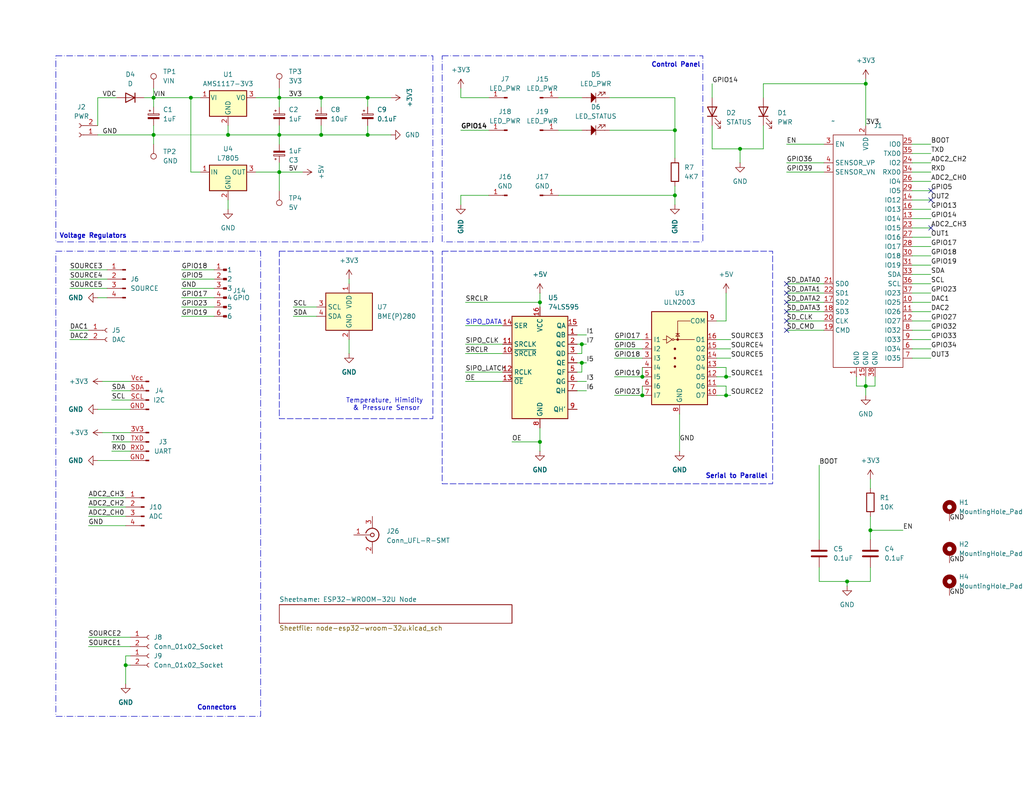
<source format=kicad_sch>
(kicad_sch (version 20231120) (generator "eeschema") (generator_version "8.0")
  (paper "USLetter")
  (title_block (title "ESP32 Sensor Node") (date "2024-07-03") (rev "v2.0") (comment 1 "ESP32-WROOM-32D Adapter"))
  (lib_symbols
    (symbol "+3V3_1" (power) (pin_numbers hide) (pin_names (offset 0) hide)
      (property "Value" "+3V3" (at 0 3.556 0))
      (symbol "+3V3_1_1_1"
        (pin power_in line (at 0 0 90) (length 0) (name "~") (number "1"))
      )
    )
    (symbol "+5V_1" (power) (pin_numbers hide) (pin_names (offset 0) hide)
      (property "Value" "+5V" (at 0 3.556 0))
      (symbol "+5V_1_1_1"
        (pin power_in line (at 0 0 90) (length 0) (name "~") (number "1"))
      )
    )
    (symbol "74xx:74LS595"
      (property "Reference" "U" (at -7.62 13.97 0))
      (property "Value" "74LS595" (at -7.62 -16.51 0))
      (symbol "74LS595_1_0"
        (pin tri_state line (at 10.16 7.62 180) (length 2.54) (name "QB") (number "1"))
        (pin input line (at -10.16 2.54 0) (length 2.54) (name "~{SRCLR}") (number "10"))
        (pin input line (at -10.16 5.08 0) (length 2.54) (name "SRCLK") (number "11"))
        (pin input line (at -10.16 -2.54 0) (length 2.54) (name "RCLK") (number "12"))
        (pin input line (at -10.16 -5.08 0) (length 2.54) (name "~{OE}") (number "13"))
        (pin input line (at -10.16 10.16 0) (length 2.54) (name "SER") (number "14"))
        (pin tri_state line (at 10.16 10.16 180) (length 2.54) (name "QA") (number "15"))
        (pin power_in line (at 0 15.24 270) (length 2.54) (name "VCC") (number "16"))
        (pin tri_state line (at 10.16 5.08 180) (length 2.54) (name "QC") (number "2"))
        (pin tri_state line (at 10.16 2.54 180) (length 2.54) (name "QD") (number "3"))
        (pin tri_state line (at 10.16 0 180) (length 2.54) (name "QE") (number "4"))
        (pin tri_state line (at 10.16 -2.54 180) (length 2.54) (name "QF") (number "5"))
        (pin tri_state line (at 10.16 -5.08 180) (length 2.54) (name "QG") (number "6"))
        (pin tri_state line (at 10.16 -7.62 180) (length 2.54) (name "QH") (number "7"))
        (pin power_in line (at 0 -17.78 90) (length 2.54) (name "GND") (number "8"))
        (pin output line (at 10.16 -12.7 180) (length 2.54) (name "QH'") (number "9"))
      )
    )
    (symbol "Alexander Symbol Library 2:Conn_UFL-R-SMT" (pin_names (offset 1.016) hide)
      (property "Reference" "J" (at -3.81 4.064 0))
      (property "Value" "Conn_UFL-R-SMT" (at 2.921 0 90))
      (symbol "Conn_UFL-R-SMT_1_1"
        (pin passive line (at -5.08 0 0) (length 2.54) (name "SIGNAL") (number "1"))
        (pin passive line (at 0 -5.08 90) (length 2.54) (name "GND") (number "2"))
        (pin passive line (at 0 5.08 270) (length 3.048) (name "GND") (number "3"))
      )
    )
    (symbol "Alexander Symbol Library:BME(P)280"
      (property "Reference" "U" (at -7.62 10.16 0))
      (property "Value" "BME(P)280" (at 5.08 10.16 0))
      (symbol "BME(P)280_1_1"
        (pin power_in line (at -1.27 10.16 270) (length 2.54) (name "VDD") (number "1"))
        (pin power_out line (at -1.27 -5.08 90) (length 2.54) (name "GND") (number "2"))
        (pin input line (at -10.16 3.81 0) (length 2.54) (name "SCL") (number "3"))
        (pin bidirectional line (at -10.16 1.27 0) (length 2.54) (name "SDA") (number "4"))
      )
    )
    (symbol "Alexander_Library_Symbols:Conn_2x3" (pin_names (offset 1.016))
      (property "Reference" "J" (at 0 0 0))
      (symbol "Conn_2x3_1_1"
        (pin bidirectional line (at -2.54 -2.54 0) (length 2.54) (name "1") (number "1"))
        (pin bidirectional line (at -2.54 -5.08 0) (length 2.54) (name "2") (number "2"))
        (pin bidirectional line (at -2.54 -7.62 0) (length 2.54) (name "3") (number "3"))
        (pin bidirectional line (at -2.54 -10.16 0) (length 2.54) (name "4") (number "4"))
        (pin bidirectional line (at -2.54 -12.7 0) (length 2.54) (name "5") (number "5"))
        (pin bidirectional line (at -2.54 -15.24 0) (length 2.54) (name "6") (number "6"))
      )
    )
    (symbol "Alexander_Library_Symbols:Conn_I2C_01x04" (pin_names (offset 1.016) hide)
      (property "Reference" "J" (at 0 5.08 0))
      (property "Value" "I2C" (at 0 -7.62 0))
      (symbol "Conn_I2C_01x04_1_1"
        (pin power_out line (at 5.08 -5.08 180) (length 3.81) (name "GND") (number "GND"))
        (pin bidirectional line (at 5.08 -2.54 180) (length 3.81) (name "SCL") (number "SCL"))
        (pin bidirectional line (at 5.08 0 180) (length 3.81) (name "SDA") (number "SDA"))
        (pin power_in line (at 5.08 2.54 180) (length 3.81) (name "VCC") (number "Vcc"))
      )
    )
    (symbol "Alexander_Library_Symbols:ESP32-WROOM-32D-SOCKET"
      (property "Reference" "J" (at 0 0 0))
      (symbol "ESP32-WROOM-32D-SOCKET_1_1"
        (pin power_out line (at 6.35 -69.85 90) (length 2.54) (name "GND") (number "1"))
        (pin bidirectional line (at 21.59 -49.53 180) (length 2.54) (name "IO25") (number "10"))
        (pin bidirectional line (at 21.59 -52.07 180) (length 2.54) (name "IO26") (number "11"))
        (pin bidirectional line (at 21.59 -54.61 180) (length 2.54) (name "IO27") (number "12"))
        (pin bidirectional line (at 21.59 -26.67 180) (length 2.54) (name "IO14") (number "13"))
        (pin bidirectional line (at 21.59 -21.59 180) (length 2.54) (name "IO12") (number "14"))
        (pin power_out line (at 8.89 -69.85 90) (length 2.54) (name "GND") (number "15"))
        (pin bidirectional line (at 21.59 -24.13 180) (length 2.54) (name "IO13") (number "16"))
        (pin input line (at -2.54 -49.53 0) (length 2.54) (name "SD2") (number "17"))
        (pin input line (at -2.54 -52.07 0) (length 2.54) (name "SD3") (number "18"))
        (pin input line (at -2.54 -57.15 0) (length 2.54) (name "CMD") (number "19"))
        (pin power_in line (at 8.89 -1.27 270) (length 2.54) (name "VDD") (number "2"))
        (pin input line (at -2.54 -54.61 0) (length 2.54) (name "CLK") (number "20"))
        (pin input line (at -2.54 -44.45 0) (length 2.54) (name "SD0") (number "21"))
        (pin input line (at -2.54 -46.99 0) (length 2.54) (name "SD1") (number "22"))
        (pin bidirectional line (at 21.59 -29.21 180) (length 2.54) (name "IO15") (number "23"))
        (pin bidirectional line (at 21.59 -11.43 180) (length 2.54) (name "IO2") (number "24"))
        (pin bidirectional line (at 21.59 -6.35 180) (length 2.54) (name "IO0") (number "25"))
        (pin bidirectional line (at 21.59 -16.51 180) (length 2.54) (name "IO4") (number "26"))
        (pin bidirectional line (at 21.59 -31.75 180) (length 2.54) (name "IO16") (number "27"))
        (pin bidirectional line (at 21.59 -34.29 180) (length 2.54) (name "IO17") (number "28"))
        (pin bidirectional line (at 21.59 -19.05 180) (length 2.54) (name "IO5") (number "29"))
        (pin input line (at -2.54 -6.35 0) (length 2.54) (name "EN") (number "3"))
        (pin bidirectional line (at 21.59 -36.83 180) (length 2.54) (name "IO18") (number "30"))
        (pin bidirectional line (at 21.59 -39.37 180) (length 2.54) (name "IO19") (number "31"))
        (pin bidirectional line (at 21.59 -41.91 180) (length 2.54) (name "SDA") (number "33"))
        (pin input line (at 21.59 -13.97 180) (length 2.54) (name "RXD0") (number "34"))
        (pin output line (at 21.59 -8.89 180) (length 2.54) (name "TXD0") (number "35"))
        (pin bidirectional line (at 21.59 -44.45 180) (length 2.54) (name "SCL") (number "36"))
        (pin bidirectional line (at 21.59 -46.99 180) (length 2.54) (name "IO23") (number "37"))
        (pin power_out line (at 11.43 -69.85 90) (length 2.54) (name "GND") (number "38"))
        (pin input line (at -2.54 -11.43 0) (length 2.54) (name "SENSOR_VP") (number "4"))
        (pin input line (at -2.54 -13.97 0) (length 2.54) (name "SENSOR_VN") (number "5"))
        (pin bidirectional line (at 21.59 -62.23 180) (length 2.54) (name "IO34") (number "6"))
        (pin bidirectional line (at 21.59 -64.77 180) (length 2.54) (name "IO35") (number "7"))
        (pin bidirectional line (at 21.59 -57.15 180) (length 2.54) (name "IO32") (number "8"))
        (pin bidirectional line (at 21.59 -59.69 180) (length 2.54) (name "IO33") (number "9"))
      )
    )
    (symbol "Conn_UART_1" (pin_names (offset 1.016) hide)
      (property "Reference" "J" (at 1.27 3.81 0))
      (property "Value" "UART" (at 2.54 -10.16 0))
      (symbol "Conn_UART_1_1_1"
        (pin power_in line (at 5.08 0 180) (length 3.81) (name "3V3") (number "3V3"))
        (pin power_out line (at 5.08 -7.62 180) (length 3.81) (name "GND") (number "GND"))
        (pin input line (at 5.08 -5.08 180) (length 3.81) (name "RXD") (number "RXD"))
        (pin output line (at 5.08 -2.54 180) (length 3.81) (name "TXD") (number "TXD"))
      )
    )
    (symbol "Connector:Conn_01x01_Pin" (pin_names (offset 1.016) hide)
      (property "Reference" "J" (at 0 2.54 0))
      (property "Value" "Conn_01x01_Pin" (at 0 -2.54 0))
      (symbol "Conn_01x01_Pin_1_1"
        (pin passive line (at 5.08 0 180) (length 3.81) (name "Pin_1") (number "1"))
      )
    )
    (symbol "Connector:Conn_01x02_Socket" (pin_names (offset 1.016) hide)
      (property "Reference" "J" (at 0 2.54 0))
      (property "Value" "Conn_01x02_Socket" (at 0 -5.08 0))
      (symbol "Conn_01x02_Socket_1_1"
        (pin passive line (at -5.08 0 0) (length 3.81) (name "Pin_1") (number "1"))
        (pin passive line (at -5.08 -2.54 0) (length 3.81) (name "Pin_2") (number "2"))
      )
    )
    (symbol "Connector:Conn_01x04_Pin" (pin_names (offset 1.016) hide)
      (property "Reference" "J" (at 0 5.08 0))
      (property "Value" "I2C" (at 0 -7.62 0))
      (symbol "Conn_01x04_Pin_1_1"
        (pin passive line (at 5.08 2.54 180) (length 3.81) (name "Pin_1") (number "1"))
        (pin passive line (at 5.08 0 180) (length 3.81) (name "Pin_2") (number "2"))
        (pin passive line (at 5.08 -2.54 180) (length 3.81) (name "Pin_3") (number "3"))
        (pin passive line (at 5.08 -5.08 180) (length 3.81) (name "Pin_4") (number "4"))
      )
    )
    (symbol "Connector:TestPoint" (pin_numbers hide) (pin_names (offset 0.762) hide)
      (property "Reference" "TP" (at 0 6.858 0))
      (property "Value" "TestPoint" (at 0 5.08 0))
      (symbol "TestPoint_1_1"
        (pin passive line (at 0 0 90) (length 2.54) (name "1") (number "1"))
      )
    )
    (symbol "Device:C" (pin_numbers hide) (pin_names (offset 0.254))
      (property "Reference" "C" (at 0.635 2.54 0))
      (property "Value" "C" (at 0.635 -2.54 0))
      (symbol "C_1_1"
        (pin passive line (at 0 3.81 270) (length 2.794) (name "~") (number "1"))
        (pin passive line (at 0 -3.81 90) (length 2.794) (name "~") (number "2"))
      )
    )
    (symbol "Device:C_Polarized_Small" (pin_numbers hide) (pin_names (offset 0.254) hide)
      (property "Reference" "C" (at 0.254 1.778 0))
      (property "Value" "C_Polarized_Small" (at 0.254 -2.032 0))
      (symbol "C_Polarized_Small_1_1"
        (pin passive line (at 0 2.54 270) (length 1.8542) (name "~") (number "1"))
        (pin passive line (at 0 -2.54 90) (length 1.8542) (name "~") (number "2"))
      )
    )
    (symbol "Device:D" (pin_numbers hide) (pin_names (offset 1.016) hide)
      (property "Reference" "D" (at 0 2.54 0))
      (property "Value" "D" (at 0 -2.54 0))
      (symbol "D_1_1"
        (pin passive line (at -3.81 0 0) (length 2.54) (name "K") (number "1"))
        (pin passive line (at 3.81 0 180) (length 2.54) (name "A") (number "2"))
      )
    )
    (symbol "Device:LED" (pin_numbers hide) (pin_names (offset 1.016) hide)
      (property "Reference" "D" (at 0 2.54 0))
      (property "Value" "LED" (at 0 -2.54 0))
      (symbol "LED_1_1"
        (pin passive line (at -3.81 0 0) (length 2.54) (name "K") (number "1"))
        (pin passive line (at 3.81 0 180) (length 2.54) (name "A") (number "2"))
      )
    )
    (symbol "Device:R" (pin_numbers hide) (pin_names (offset 0))
      (property "Reference" "R" (at 2.032 0 90))
      (property "Value" "R" (at 0 0 90))
      (symbol "R_1_1"
        (pin passive line (at 0 3.81 270) (length 1.27) (name "~") (number "1"))
        (pin passive line (at 0 -3.81 90) (length 1.27) (name "~") (number "2"))
      )
    )
    (symbol "GND_1" (power) (pin_numbers hide) (pin_names (offset 0) hide)
      (property "Value" "GND" (at 0 -3.81 0))
      (symbol "GND_1_1_1"
        (pin power_in line (at 0 0 270) (length 0) (name "~") (number "1"))
      )
    )
    (symbol "GND_3" (power) (pin_numbers hide) (pin_names (offset 0) hide)
      (property "Value" "GND" (at 0 -3.81 0))
      (symbol "GND_3_1_1"
        (pin power_in line (at 0 0 270) (length 0) (name "~") (number "1"))
      )
    )
    (symbol "GND_4" (power) (pin_numbers hide) (pin_names (offset 0) hide)
      (property "Value" "GND" (at 0 -3.81 0))
      (symbol "GND_4_1_1"
        (pin power_in line (at 0 0 270) (length 0) (name "~") (number "1"))
      )
    )
    (symbol "GND_5" (power) (pin_numbers hide) (pin_names (offset 0) hide)
      (property "Value" "GND" (at 0 -3.81 0))
      (symbol "GND_5_1_1"
        (pin power_in line (at 0 0 270) (length 0) (name "~") (number "1"))
      )
    )
    (symbol "Mechanical:MountingHole_Pad" (pin_numbers hide) (pin_names (offset 1.016) hide)
      (property "Reference" "H" (at 0 6.35 0))
      (property "Value" "MountingHole_Pad" (at 0 4.445 0))
      (symbol "MountingHole_Pad_1_1"
        (pin input line (at 0 -2.54 90) (length 2.54) (name "1") (number "1"))
      )
    )
    (symbol "PCM_SL_Devices:LED_5mm"
      (property "Reference" "D" (at -0.508 5.334 0))
      (property "Value" "LED_5mm" (at -0.508 2.794 0))
      (symbol "LED_5mm_1_1"
        (pin passive line (at 3.81 0 180) (length 1.5) (name "~") (number "1"))
        (pin passive line (at -3.81 0 0) (length 1.5) (name "") (number "2"))
      )
    )
    (symbol "Regulator_Linear:L7805" (pin_names (offset 0.254))
      (property "Reference" "U4" (at 0 6.35 0))
      (property "Value" "L7805" (at 0 3.81 0))
      (symbol "L7805_1_1"
        (pin power_in line (at -7.62 0 0) (length 2.54) (name "IN") (number "1"))
        (pin power_in line (at 0 -7.62 90) (length 2.54) (name "GND") (number "2"))
        (pin power_out line (at 7.62 0 180) (length 2.54) (name "OUT") (number "3"))
      )
    )
    (symbol "Regulator_Linear:LM78M05_TO220" (pin_names (offset 0.254))
      (property "Reference" "U" (at -3.81 3.175 0))
      (property "Value" "LM78M05_TO220" (at 0 3.175 0))
      (symbol "LM78M05_TO220_1_1"
        (pin power_in line (at -7.62 0 0) (length 2.54) (name "VI") (number "1"))
        (pin power_in line (at 0 -7.62 90) (length 2.54) (name "GND") (number "2"))
        (pin power_out line (at 7.62 0 180) (length 2.54) (name "VO") (number "3"))
      )
    )
    (symbol "Transistor_Array:ULN2003"
      (property "Reference" "U" (at 0 15.875 0))
      (property "Value" "ULN2003" (at 0 13.97 0))
      (symbol "ULN2003_1_1"
        (pin input line (at -10.16 5.08 0) (length 2.54) (name "I1") (number "1"))
        (pin open_collector line (at 10.16 -10.16 180) (length 2.54) (name "O7") (number "10"))
        (pin open_collector line (at 10.16 -7.62 180) (length 2.54) (name "O6") (number "11"))
        (pin open_collector line (at 10.16 -5.08 180) (length 2.54) (name "O5") (number "12"))
        (pin open_collector line (at 10.16 -2.54 180) (length 2.54) (name "O4") (number "13"))
        (pin open_collector line (at 10.16 0 180) (length 2.54) (name "O3") (number "14"))
        (pin open_collector line (at 10.16 2.54 180) (length 2.54) (name "O2") (number "15"))
        (pin open_collector line (at 10.16 5.08 180) (length 2.54) (name "O1") (number "16"))
        (pin input line (at -10.16 2.54 0) (length 2.54) (name "I2") (number "2"))
        (pin input line (at -10.16 0 0) (length 2.54) (name "I3") (number "3"))
        (pin input line (at -10.16 -2.54 0) (length 2.54) (name "I4") (number "4"))
        (pin input line (at -10.16 -5.08 0) (length 2.54) (name "I5") (number "5"))
        (pin input line (at -10.16 -7.62 0) (length 2.54) (name "I6") (number "6"))
        (pin input line (at -10.16 -10.16 0) (length 2.54) (name "I7") (number "7"))
        (pin power_in line (at 0 -15.24 90) (length 2.54) (name "GND") (number "8"))
        (pin passive line (at 10.16 10.16 180) (length 2.54) (name "COM") (number "9"))
      )
    )
    (symbol "power:+3V3" (power) (pin_names (offset 0))
      (property "Value" "+3V3" (at 0 3.556 0))
      (symbol "+3V3_1_1"
        (pin power_in line (at 0 0 90) (length 0) hide (name "+3V3") (number "1"))
      )
    )
    (symbol "power:+5V" (power) (pin_names (offset 0))
      (property "Value" "+5V" (at 0 3.556 0))
      (symbol "+5V_1_1"
        (pin power_in line (at 0 0 90) (length 0) hide (name "+5V") (number "1"))
      )
    )
    (symbol "power:GND" (power) (pin_names (offset 0))
      (property "Value" "GND" (at 0 -3.81 0))
      (symbol "GND_1_1"
        (pin power_in line (at 0 0 270) (length 0) hide (name "GND") (number "1"))
      )
    )
  )
  (junction (at 147.32 120.65))
  (junction (at 87.63 26.67))
  (junction (at 62.23 36.83))
  (junction (at 76.2 36.83))
  (junction (at 184.15 35.56))
  (junction (at 100.33 36.83))
  (junction (at 175.26 107.95))
  (junction (at 198.12 107.95))
  (junction (at 41.91 36.83))
  (junction (at 52.07 26.67))
  (junction (at 76.2 46.99))
  (junction (at 158.75 93.98))
  (junction (at 198.12 102.87))
  (junction (at 175.26 102.87))
  (junction (at 236.22 105.41))
  (junction (at 158.75 99.06))
  (junction (at 237.49 144.78))
  (junction (at 100.33 26.67))
  (junction (at 76.2 26.67))
  (junction (at 41.91 26.67))
  (junction (at 87.63 36.83))
  (junction (at 147.32 82.55))
  (junction (at 184.15 53.34))
  (junction (at 231.14 158.75))
  (junction (at 236.22 22.86))
  (junction (at 201.93 40.64))
  (junction (at 34.29 181.61))
  (no_connect (at 214.63 82.55))
  (no_connect (at 214.63 90.17))
  (no_connect (at 214.63 85.09))
  (no_connect (at 254 52.07))
  (no_connect (at 254 62.23))
  (no_connect (at 254 54.61))
  (no_connect (at 214.63 80.01))
  (no_connect (at 214.63 87.63))
  (no_connect (at 214.63 77.47))
  (wire (pts (xy 158.75 99.06) (xy 158.75 101.6)))
  (wire (pts (xy 248.92 44.45) (xy 254 44.45)))
  (wire (pts (xy 62.23 54.61) (xy 62.23 57.15)))
  (wire (pts (xy 52.07 26.67) (xy 54.61 26.67)))
  (wire (pts (xy 157.48 99.06) (xy 158.75 99.06)))
  (wire (pts (xy 214.63 87.63) (xy 224.79 87.63)))
  (wire (pts (xy 34.29 179.07) (xy 34.29 181.61)))
  (wire (pts (xy 30.48 109.22) (xy 35.56 109.22)))
  (wire (pts (xy 41.91 36.83) (xy 62.23 36.83)) (stroke (width 0.0254)))
  (wire (pts (xy 147.32 116.84) (xy 147.32 120.65)))
  (wire (pts (xy 198.12 105.41) (xy 198.12 107.95)))
  (wire (pts (xy 127 93.98) (xy 137.16 93.98)))
  (wire (pts (xy 184.15 26.67) (xy 184.15 35.56)))
  (wire (pts (xy 184.15 50.8) (xy 184.15 53.34)))
  (wire (pts (xy 24.13 173.99) (xy 35.56 173.99)))
  (wire (pts (xy 198.12 100.33) (xy 198.12 102.87)))
  (wire (pts (xy 223.52 158.75) (xy 231.14 158.75)))
  (wire (pts (xy 41.91 26.67) (xy 52.07 26.67)))
  (wire (pts (xy 248.92 49.53) (xy 254 49.53)))
  (wire (pts (xy 201.93 40.64) (xy 208.28 40.64)))
  (wire (pts (xy 214.63 85.09) (xy 224.79 85.09)))
  (wire (pts (xy 54.61 46.99) (xy 52.07 46.99)))
  (wire (pts (xy 30.48 120.65) (xy 35.56 120.65)))
  (wire (pts (xy 198.12 107.95) (xy 199.39 107.95)))
  (wire (pts (xy 24.13 140.97) (xy 34.29 140.97)))
  (wire (pts (xy 49.53 76.2) (xy 58.42 76.2)))
  (wire (pts (xy 127 96.52) (xy 137.16 96.52)))
  (wire (pts (xy 236.22 21.59) (xy 236.22 22.86)))
  (wire (pts (xy 248.92 64.77) (xy 254 64.77)))
  (wire (pts (xy 49.53 73.66) (xy 58.42 73.66)))
  (wire (pts (xy 27.94 104.14) (xy 35.56 104.14)))
  (wire (pts (xy 195.58 107.95) (xy 198.12 107.95)))
  (wire (pts (xy 62.23 34.29) (xy 62.23 36.83)))
  (wire (pts (xy 100.33 36.83) (xy 106.68 36.83)))
  (wire (pts (xy 195.58 92.71) (xy 199.39 92.71)))
  (wire (pts (xy 29.21 78.74) (xy 19.05 78.74)))
  (wire (pts (xy 233.68 105.41) (xy 236.22 105.41)))
  (wire (pts (xy 158.75 93.98) (xy 160.02 93.98)))
  (wire (pts (xy 125.73 26.67) (xy 125.73 24.13)))
  (wire (pts (xy 76.2 34.29) (xy 76.2 36.83)))
  (wire (pts (xy 175.26 105.41) (xy 175.26 107.95)))
  (wire (pts (xy 29.21 73.66) (xy 19.05 73.66)))
  (wire (pts (xy 248.92 39.37) (xy 254 39.37)))
  (wire (pts (xy 87.63 26.67) (xy 87.63 29.21)))
  (wire (pts (xy 198.12 87.63) (xy 195.58 87.63)))
  (wire (pts (xy 198.12 102.87) (xy 199.39 102.87)))
  (wire (pts (xy 194.31 22.86) (xy 194.31 26.67)))
  (wire (pts (xy 49.53 86.36) (xy 58.42 86.36)))
  (wire (pts (xy 26.67 81.28) (xy 29.21 81.28)))
  (wire (pts (xy 147.32 82.55) (xy 147.32 83.82)))
  (wire (pts (xy 49.53 81.28) (xy 58.42 81.28)))
  (wire (pts (xy 167.64 92.71) (xy 175.26 92.71)))
  (wire (pts (xy 125.73 53.34) (xy 125.73 55.88)))
  (wire (pts (xy 224.79 39.37) (xy 214.63 39.37)))
  (wire (pts (xy 166.37 35.56) (xy 184.15 35.56)))
  (wire (pts (xy 133.35 26.67) (xy 125.73 26.67)))
  (wire (pts (xy 147.32 80.01) (xy 147.32 82.55)))
  (wire (pts (xy 26.67 26.67) (xy 31.75 26.67)))
  (wire (pts (xy 233.68 102.87) (xy 233.68 105.41)))
  (wire (pts (xy 41.91 39.37) (xy 41.91 36.83)))
  (wire (pts (xy 19.05 90.17) (xy 24.13 90.17)))
  (wire (pts (xy 214.63 46.99) (xy 224.79 46.99)))
  (wire (pts (xy 34.29 181.61) (xy 35.56 181.61)))
  (wire (pts (xy 27.94 118.11) (xy 35.56 118.11)))
  (wire (pts (xy 41.91 26.67) (xy 41.91 29.21)))
  (wire (pts (xy 237.49 140.97) (xy 237.49 144.78)))
  (wire (pts (xy 237.49 144.78) (xy 246.38 144.78)))
  (wire (pts (xy 248.92 92.71) (xy 254 92.71)))
  (wire (pts (xy 41.91 34.29) (xy 41.91 36.83)))
  (wire (pts (xy 201.93 44.45) (xy 201.93 40.64)))
  (wire (pts (xy 195.58 105.41) (xy 198.12 105.41)))
  (wire (pts (xy 152.4 35.56) (xy 158.75 35.56)))
  (wire (pts (xy 214.63 80.01) (xy 224.79 80.01)))
  (wire (pts (xy 198.12 80.01) (xy 198.12 87.63)))
  (wire (pts (xy 24.13 176.53) (xy 35.56 176.53)))
  (wire (pts (xy 214.63 77.47) (xy 224.79 77.47)))
  (wire (pts (xy 157.48 96.52) (xy 158.75 96.52)))
  (wire (pts (xy 157.48 104.14) (xy 160.02 104.14)))
  (wire (pts (xy 208.28 34.29) (xy 208.28 40.64)))
  (wire (pts (xy 52.07 26.67) (xy 52.07 46.99)))
  (wire (pts (xy 167.64 102.87) (xy 175.26 102.87)))
  (wire (pts (xy 35.56 179.07) (xy 34.29 179.07)))
  (wire (pts (xy 76.2 46.99) (xy 82.55 46.99)))
  (wire (pts (xy 41.91 24.13) (xy 41.91 26.67)))
  (wire (pts (xy 76.2 36.83) (xy 87.63 36.83)))
  (wire (pts (xy 152.4 26.67) (xy 158.75 26.67)))
  (wire (pts (xy 195.58 97.79) (xy 199.39 97.79)))
  (wire (pts (xy 248.92 90.17) (xy 254 90.17)))
  (wire (pts (xy 248.92 80.01) (xy 254 80.01)))
  (wire (pts (xy 237.49 154.94) (xy 237.49 158.75)))
  (wire (pts (xy 208.28 22.86) (xy 208.28 26.67)))
  (wire (pts (xy 127 88.9) (xy 137.16 88.9)))
  (wire (pts (xy 80.01 86.36) (xy 86.36 86.36)))
  (wire (pts (xy 35.56 111.76) (xy 26.67 111.76)))
  (wire (pts (xy 195.58 95.25) (xy 199.39 95.25)))
  (wire (pts (xy 30.48 123.19) (xy 35.56 123.19)))
  (wire (pts (xy 125.73 35.56) (xy 133.35 35.56)))
  (wire (pts (xy 87.63 26.67) (xy 100.33 26.67)))
  (wire (pts (xy 248.92 87.63) (xy 254 87.63)))
  (wire (pts (xy 194.31 40.64) (xy 201.93 40.64)))
  (wire (pts (xy 76.2 36.83) (xy 76.2 39.37)))
  (wire (pts (xy 248.92 41.91) (xy 254 41.91)))
  (wire (pts (xy 248.92 85.09) (xy 254 85.09)))
  (wire (pts (xy 49.53 83.82) (xy 58.42 83.82)))
  (wire (pts (xy 237.49 144.78) (xy 237.49 147.32)))
  (wire (pts (xy 194.31 34.29) (xy 194.31 40.64)))
  (wire (pts (xy 147.32 120.65) (xy 147.32 123.19)))
  (wire (pts (xy 100.33 26.67) (xy 100.33 29.21)))
  (wire (pts (xy 62.23 36.83) (xy 76.2 36.83)))
  (wire (pts (xy 248.92 72.39) (xy 254 72.39)))
  (wire (pts (xy 214.63 90.17) (xy 224.79 90.17)))
  (wire (pts (xy 76.2 29.21) (xy 76.2 26.67)))
  (wire (pts (xy 236.22 22.86) (xy 236.22 34.29)))
  (wire (pts (xy 80.01 83.82) (xy 86.36 83.82)))
  (wire (pts (xy 248.92 46.99) (xy 254 46.99)))
  (wire (pts (xy 76.2 46.99) (xy 76.2 52.07)))
  (wire (pts (xy 248.92 57.15) (xy 254 57.15)))
  (wire (pts (xy 248.92 74.93) (xy 254 74.93)))
  (wire (pts (xy 26.67 36.83) (xy 41.91 36.83)))
  (wire (pts (xy 125.73 53.34) (xy 133.35 53.34)))
  (wire (pts (xy 214.63 44.45) (xy 224.79 44.45)))
  (wire (pts (xy 157.48 91.44) (xy 160.02 91.44)))
  (wire (pts (xy 35.56 125.73) (xy 26.67 125.73)))
  (wire (pts (xy 248.92 62.23) (xy 254 62.23)))
  (wire (pts (xy 100.33 34.29) (xy 100.33 36.83)))
  (wire (pts (xy 167.64 107.95) (xy 175.26 107.95)))
  (wire (pts (xy 95.25 76.2) (xy 95.25 77.47)))
  (wire (pts (xy 236.22 105.41) (xy 236.22 107.95)))
  (wire (pts (xy 248.92 54.61) (xy 254 54.61)))
  (wire (pts (xy 248.92 82.55) (xy 254 82.55)))
  (wire (pts (xy 248.92 97.79) (xy 254 97.79)))
  (wire (pts (xy 76.2 44.45) (xy 76.2 46.99)))
  (wire (pts (xy 127 101.6) (xy 137.16 101.6)))
  (wire (pts (xy 223.52 127) (xy 223.52 147.32)))
  (wire (pts (xy 24.13 135.89) (xy 34.29 135.89)))
  (wire (pts (xy 167.64 97.79) (xy 175.26 97.79)))
  (wire (pts (xy 184.15 53.34) (xy 184.15 55.88)))
  (wire (pts (xy 24.13 138.43) (xy 34.29 138.43)))
  (wire (pts (xy 69.85 46.99) (xy 76.2 46.99)))
  (wire (pts (xy 69.85 26.67) (xy 76.2 26.67)))
  (wire (pts (xy 19.05 92.71) (xy 24.13 92.71)))
  (wire (pts (xy 34.29 181.61) (xy 34.29 186.69)))
  (wire (pts (xy 127 82.55) (xy 147.32 82.55)))
  (wire (pts (xy 238.76 105.41) (xy 236.22 105.41)))
  (wire (pts (xy 248.92 52.07) (xy 254 52.07)))
  (wire (pts (xy 157.48 93.98) (xy 158.75 93.98)))
  (wire (pts (xy 238.76 102.87) (xy 238.76 105.41)))
  (wire (pts (xy 248.92 95.25) (xy 254 95.25)))
  (wire (pts (xy 184.15 35.56) (xy 184.15 43.18)))
  (wire (pts (xy 139.7 120.65) (xy 147.32 120.65)))
  (wire (pts (xy 248.92 69.85) (xy 254 69.85)))
  (wire (pts (xy 76.2 24.13) (xy 76.2 26.67)))
  (wire (pts (xy 248.92 59.69) (xy 254 59.69)))
  (wire (pts (xy 237.49 130.81) (xy 237.49 133.35)))
  (wire (pts (xy 195.58 100.33) (xy 198.12 100.33)))
  (wire (pts (xy 87.63 34.29) (xy 87.63 36.83)))
  (wire (pts (xy 30.48 106.68) (xy 35.56 106.68)))
  (wire (pts (xy 248.92 77.47) (xy 254 77.47)))
  (wire (pts (xy 26.67 26.67) (xy 26.67 34.29)))
  (wire (pts (xy 175.26 100.33) (xy 175.26 102.87)))
  (wire (pts (xy 152.4 53.34) (xy 184.15 53.34)))
  (wire (pts (xy 231.14 158.75) (xy 231.14 160.02)))
  (wire (pts (xy 24.13 143.51) (xy 34.29 143.51)))
  (wire (pts (xy 214.63 82.55) (xy 224.79 82.55)))
  (wire (pts (xy 157.48 101.6) (xy 158.75 101.6)))
  (wire (pts (xy 157.48 106.68) (xy 160.02 106.68)))
  (wire (pts (xy 95.25 92.71) (xy 95.25 96.52)))
  (wire (pts (xy 223.52 154.94) (xy 223.52 158.75)))
  (wire (pts (xy 195.58 102.87) (xy 198.12 102.87)))
  (wire (pts (xy 185.42 113.03) (xy 185.42 123.19)))
  (wire (pts (xy 76.2 26.67) (xy 87.63 26.67)))
  (wire (pts (xy 49.53 78.74) (xy 58.42 78.74)))
  (wire (pts (xy 29.21 76.2) (xy 19.05 76.2)))
  (wire (pts (xy 231.14 158.75) (xy 237.49 158.75)))
  (wire (pts (xy 208.28 22.86) (xy 236.22 22.86)))
  (wire (pts (xy 158.75 99.06) (xy 160.02 99.06)))
  (wire (pts (xy 236.22 102.87) (xy 236.22 105.41)))
  (wire (pts (xy 158.75 96.52) (xy 158.75 93.98)))
  (wire (pts (xy 248.92 67.31) (xy 254 67.31)))
  (wire (pts (xy 167.64 95.25) (xy 175.26 95.25)))
  (wire (pts (xy 166.37 26.67) (xy 184.15 26.67)))
  (wire (pts (xy 87.63 36.83) (xy 100.33 36.83)))
  (wire (pts (xy 100.33 26.67) (xy 106.68 26.67)))
  (wire (pts (xy 39.37 26.67) (xy 41.91 26.67)))
  (wire (pts (xy 127 104.14) (xy 137.16 104.14)))
  (rectangle (start 120.65 68.58) (end 210.82 132.08) (stroke (width 0) (type dash)))
  (rectangle (start 15.24 68.58) (end 71.12 195.58) (stroke (width 0) (type dash_dot)))
  (rectangle (start 76.2 68.58) (end 118.11 114.3) (stroke (width 0) (type dash)))
  (rectangle (start 120.65 15.24) (end 191.77 66.04) (stroke (width 0) (type dash_dot)))
  (rectangle (start 15.24 15.24) (end 118.11 66.04) (stroke (width 0) (type dash_dot)))
  (text "Voltage Regulators" (at 25.4 63.754 0) (effects (font (size 1.27 1.27) (thickness 0.254) (bold yes)) (justify top)))
  (text "Control Panel " (at 184.912 17.78 0) (effects (font (size 1.27 1.27) (thickness 0.254) (bold yes))))
  (text "Connectors\n" (at 59.182 193.294 0) (effects (font (size 1.27 1.27) (thickness 0.254) (bold yes))))
  (text "Serial to Parallel" (at 209.55 130.81 0) (effects (font (size 1.27 1.27) (bold yes)) (justify right bottom)))
  (text "Temperature, Himidity \n& Pressure Sensor" (at 105.41 110.49 0) (effects (font (size 1.27 1.27))))
  (label "SOURCE5" (at 199.39 97.79 0))
  (label "GND" (at 259.08 142.24 0))
  (label "SOURCE3" (at 19.05 73.66 0))
  (label "SOURCE4" (at 19.05 76.2 0))
  (label "SD_DATA1" (at 214.63 80.01 0))
  (label "SOURCE1" (at 24.13 176.53 0))
  (label "I7" (at 160.02 93.98 0))
  (label "GPIO5" (at 254 52.07 0))
  (label "SOURCE5" (at 19.05 78.74 0))
  (label "ADC2_CH2" (at 254 44.45 0))
  (label "OUT1" (at 254 64.77 0))
  (label "GPIO33" (at 254 92.71 0))
  (label "GPIO23" (at 167.64 107.95 0))
  (label "I3" (at 160.02 104.14 0))
  (label "OUT2" (at 254 54.61 0))
  (label "SD_DATA0" (at 214.63 77.47 0))
  (label "GPIO23" (at 254 80.01 0))
  (label "VDC" (at 27.94 26.67 0))
  (label "GPIO13" (at 254 57.15 0))
  (label "SCL" (at 80.01 83.82 0))
  (label "GPIO19" (at 167.64 102.87 0))
  (label "SIPO_CLK" (at 127 93.98 0))
  (label "SD_CLK" (at 214.63 87.63 0))
  (label "DAC2" (at 19.05 92.71 0))
  (label "OE" (at 139.7 120.65 0))
  (label "TXD" (at 254 41.91 0))
  (label "GPIO17" (at 167.64 92.71 0))
  (label "GPIO34" (at 254 95.25 0))
  (label "BOOT" (at 223.52 127 0))
  (label "ADC2_CH2" (at 24.13 138.43 0))
  (label "GPIO5" (at 167.64 95.25 0))
  (label "SDA" (at 254 74.93 0))
  (label "SD_CMD" (at 214.63 90.17 0))
  (label "ADC2_CH0" (at 24.13 140.97 0))
  (label "SD_DATA3" (at 214.63 85.09 0))
  (label "SIPO_LATCH" (at 127 101.6 0))
  (label "I5" (at 160.02 99.06 0))
  (label "GPIO23" (at 49.53 83.82 0))
  (label "GPIO5" (at 49.53 76.2 0))
  (label "SD_DATA2" (at 214.63 82.55 0))
  (label "GND" (at 24.13 143.51 0))
  (label "EN" (at 246.38 144.78 0))
  (label "SCL" (at 254 77.47 0))
  (label "GPIO18" (at 254 69.85 0))
  (label "GPIO14" (at 194.31 22.86 0))
  (label "GPIO14" (at 254 59.69 0))
  (label "RXD" (at 30.48 123.19 0))
  (label "SCL" (at 30.48 109.22 0))
  (label "GPIO18" (at 167.64 97.79 0))
  (label "GND" (at 49.53 78.74 0))
  (label "3V3" (at 236.22 34.29 0))
  (label "ADC2_CH3" (at 254 62.23 0))
  (label "OUT3" (at 254 97.79 0))
  (label "GPIO39" (at 214.63 46.99 0))
  (label "SOURCE1" (at 199.39 102.87 0))
  (label "GND" (at 259.08 153.67 0))
  (label "GPIO17" (at 49.53 81.28 0))
  (label "GPIO18" (at 49.53 73.66 0))
  (label "SOURCE2" (at 199.39 107.95 0))
  (label "BOOT" (at 254 39.37 0))
  (label "SRCLR" (at 127 82.55 0))
  (label "SOURCE3" (at 199.39 92.71 0))
  (label "ADC2_CH0" (at 254 49.53 0))
  (label "5V" (at 78.74 46.99 0))
  (label "ADC2_CH3" (at 24.13 135.89 0))
  (label "GND" (at 259.08 162.56 0))
  (label "VIN" (at 41.91 26.67 0))
  (label "DAC2" (at 254 85.09 0))
  (label "SDA" (at 80.01 86.36 0))
  (label "DAC1" (at 254 82.55 0))
  (label "3V3" (at 78.74 26.67 0))
  (label "OE" (at 127 104.14 0))
  (label "SDA" (at 30.48 106.68 0))
  (label "SRCLR" (at 127 96.52 0))
  (label "GPIO19" (at 49.53 86.36 0))
  (label "GPIO36" (at 214.63 44.45 0))
  (label "GPIO19" (at 254 72.39 0))
  (label "GPIO27" (at 254 87.63 0))
  (label "GND" (at 27.94 36.83 0))
  (label "I1" (at 160.02 91.44 0))
  (label "GPIO32" (at 254 90.17 0))
  (label "DAC1" (at 19.05 90.17 0))
  (label "EN" (at 214.63 39.37 0))
  (label "I6" (at 160.02 106.68 0))
  (label "SIPO_DATA" (at 127 88.9 0))
  (label "GND" (at 185.42 120.65 0))
  (label "GPIO17" (at 254 67.31 0))
  (label "GPIO14" (at 125.73 35.56 0) (effects (font (bold yes))))
  (label "SOURCE4" (at 199.39 95.25 0))
  (label "TXD" (at 30.48 120.65 0))
  (label "SOURCE2" (at 24.13 173.99 0))
  (label "RXD" (at 254 46.99 0))
  (symbol (lib_id "Connector:Conn_01x02_Socket") (at 29.21 90.17 0) (unit 1)
    (property "Reference" "J5" (at 30.48 90.1699 0) (effects (justify left)))
    (property "Value" "DAC" (at 30.48 92.7099 0) (effects (justify left)))
    (property "Footprint" "Connector_PinSocket_2.54mm:PinSocket_1x02_P2.54mm_Vertical" (effects (hide yes)))
  )
  (symbol (lib_id "power:GND") (at 106.68 36.83 90) (unit 1)
    (property "Reference" "#PWR03" (effects (hide yes)))
    (property "Value" "GND" (at 110.49 36.8299 90) (effects (justify right)))
  )
  (symbol (lib_id "Connector:Conn_01x04_Pin") (at 39.37 138.43 0) (mirror y) (unit 1)
    (property "Reference" "J10" (at 40.64 138.4299 0) (effects (justify right)))
    (property "Value" "ADC" (at 40.64 140.9699 0) (effects (justify right)))
    (property "Footprint" "Connector_PinSocket_2.54mm:PinSocket_1x04_P2.54mm_Vertical" (effects (hide yes)))
  )
  (symbol (lib_id "power:+3V3") (at 95.25 76.2 0) (unit 1)
    (property "Reference" "#PWR022" (effects (hide yes)))
    (property "Value" "+3V3" (at 95.25 71.12 0))
  )
  (symbol (lib_id "power:GND") (at 26.67 81.28 270) (unit 1)
    (property "Reference" "#PWR023" (effects (hide yes)))
    (property "Value" "GND" (at 22.86 81.28 90) (effects (font (bold yes)) (justify right)))
  )
  (symbol (lib_id "power:+3V3") (at 27.94 118.11 90) (unit 1)
    (property "Reference" "#PWR06" (effects (hide yes)))
    (property "Value" "+3V3" (at 24.13 118.1099 90) (effects (justify left)))
  )
  (symbol (lib_id "Alexander Symbol Library:BME(P)280") (at 96.52 87.63 0) (unit 1)
    (property "Reference" "U7" (at 102.87 83.8199 0) (effects (justify left)))
    (property "Value" "BME(P)280" (at 102.87 86.3599 0) (effects (justify left)))
    (property "Footprint" "Alexander Footprint Library:BME280_BMP280_I2C" (effects (hide yes)))
    (property "Description" "Absolute Barometric Pressure Sensor" (effects (hide yes)))
  )
  (symbol (lib_id "Device:LED") (at 194.31 30.48 90) (unit 1)
    (property "Reference" "D2" (at 198.12 30.7974 90) (effects (justify right)))
    (property "Value" "STATUS" (at 198.12 33.3374 90) (effects (justify right)))
    (property "Footprint" "LED_SMD:LED_1210_3225Metric_Pad1.42x2.65mm_HandSolder" (effects (hide yes)))
    (property "Description" "Light emitting diode" (effects (hide yes)))
  )
  (symbol (lib_id "Connector:Conn_01x01_Pin") (at 147.32 35.56 0) (mirror x) (unit 1)
    (property "Reference" "J19" (at 147.955 30.48 0))
    (property "Value" "LED_PWR" (at 147.955 33.02 0))
    (property "Footprint" "Alexander Footprint Library:Pad_1x01_P2.54_SMD" (effects (hide yes)))
    (property "Description" "Generic connector, single row, 01x01, script generated" (effects (hide yes)))
  )
  (symbol (lib_id "power:+3V3") (at 27.94 104.14 90) (unit 1)
    (property "Reference" "#PWR08" (effects (hide yes)))
    (property "Value" "+3V3" (at 24.13 104.14 90) (effects (justify left)))
  )
  (symbol (lib_id "power:+5V") (at 198.12 80.01 0) (unit 1)
    (property "Reference" "#PWR012" (effects (hide yes)))
    (property "Value" "+5V" (at 198.12 74.93 0))
  )
  (symbol (lib_id "Device:C_Polarized_Small") (at 87.63 31.75 0) (unit 1)
    (property "Reference" "C8" (at 90.17 29.9338 0) (effects (justify left)))
    (property "Value" "10uF" (at 90.17 32.4738 0) (effects (justify left)))
    (property "Footprint" "Capacitor_SMD:CP_Elec_3x5.3" (effects (hide yes)))
  )
  (symbol (lib_id "Transistor_Array:ULN2003") (at 185.42 97.79 0) (unit 1)
    (property "Reference" "U3" (at 185.42 80.01 0))
    (property "Value" "ULN2003" (at 185.42 82.55 0))
    (property "Footprint" "Package_DIP:DIP-16_W7.62mm" (effects (hide yes)))
    (property "Datasheet" "http://www.ti.com/lit/ds/symlink/uln2003a.pdf" (effects (hide yes)))
  )
  (symbol (lib_id "PCM_SL_Devices:LED_5mm") (at 162.56 26.67 0) (unit 1)
    (property "Reference" "D5" (at 162.56 20.32 0))
    (property "Value" "LED_PWR" (at 162.56 22.86 0))
    (property "Footprint" "LED_THT:LED_D5.0mm" (effects (hide yes)))
    (property "Description" "Common 5mm diameter LED" (effects (hide yes)))
  )
  (symbol (lib_name "Conn_UART_1") (lib_id "Alexander_Library_Symbols:Conn_UART") (at 40.64 118.11 0) (mirror y) (unit 1)
    (property "Reference" "J3" (at 44.45 120.65 0))
    (property "Value" "UART" (at 44.45 123.19 0))
    (property "Footprint" "Alexander Footprints Library:Conn_UART" (effects (hide yes)))
  )
  (symbol (lib_id "Device:C_Polarized_Small") (at 76.2 41.91 0) (mirror x) (unit 1)
    (property "Reference" "C3" (at 78.74 43.7261 0) (effects (justify left)))
    (property "Value" "1uF" (at 78.74 41.1861 0) (effects (justify left)))
    (property "Footprint" "Capacitor_THT:CP_Radial_D4.0mm_P2.00mm" (effects (hide yes)))
  )
  (symbol (lib_id "Device:C_Polarized_Small") (at 41.91 31.75 0) (unit 1)
    (property "Reference" "C1" (at 44.45 29.9339 0) (effects (justify left)))
    (property "Value" "1uF" (at 44.45 32.4739 0) (effects (justify left)))
    (property "Footprint" "Capacitor_THT:CP_Radial_D4.0mm_P2.00mm" (effects (hide yes)))
  )
  (symbol (lib_id "power:GND") (at 26.67 111.76 270) (unit 1)
    (property "Reference" "#PWR09" (effects (hide yes)))
    (property "Value" "GND" (at 22.86 111.76 90) (effects (font (bold yes)) (justify right)))
  )
  (symbol (lib_name "GND_4") (lib_id "power:GND") (at 147.32 123.19 0) (unit 1)
    (property "Reference" "#PWR016" (effects (hide yes)))
    (property "Value" "GND" (at 147.32 128.27 0) (effects (font (bold yes))))
    (property "Description" "Power symbol creates a global label with name \"GND\" , ground" (effects (hide yes)))
  )
  (symbol (lib_id "power:GND") (at 26.67 125.73 270) (unit 1)
    (property "Reference" "#PWR07" (effects (hide yes)))
    (property "Value" "GND" (at 22.86 125.73 90) (effects (font (bold yes)) (justify right)))
  )
  (symbol (lib_id "74xx:74LS595") (at 147.32 99.06 0) (unit 1) (on_board no)
    (property "Reference" "U5" (at 149.5141 81.28 0) (effects (justify left)))
    (property "Value" "74LS595" (at 149.5141 83.82 0) (effects (justify left)))
    (property "Footprint" "Package_DIP:DIP-16_W7.62mm" (effects (hide yes)))
    (property "Datasheet" "http://www.ti.com/lit/gpn/sn74ls595" (effects (hide yes)))
    (property "Description" "8-bit serial in/out Shift Register 3-State Outputs" (effects (hide yes)))
  )
  (symbol (lib_id "Connector:Conn_01x01_Pin") (at 147.32 26.67 0) (mirror x) (unit 1)
    (property "Reference" "J15" (at 147.955 21.59 0))
    (property "Value" "LED_PWR" (at 147.955 24.13 0))
    (property "Footprint" "Alexander Footprint Library:Pad_1x01_P2.54_SMD" (effects (hide yes)))
    (property "Description" "Generic connector, single row, 01x01, script generated" (effects (hide yes)))
  )
  (symbol (lib_id "Mechanical:MountingHole_Pad") (at 259.08 151.13 0) (unit 1)
    (property "Reference" "H2" (at 261.62 148.59 0) (effects (justify left)))
    (property "Value" "MountingHole_Pad" (at 261.62 151.13 0) (effects (justify left)))
    (property "Footprint" "MountingHole:MountingHole_3mm" (effects (hide yes)))
  )
  (symbol (lib_id "power:GND") (at 185.42 123.19 0) (unit 1)
    (property "Reference" "#PWR010" (effects (hide yes)))
    (property "Value" "GND" (at 185.42 128.27 0) (effects (font (bold yes))))
  )
  (symbol (lib_name "GND_3") (lib_id "power:GND") (at 201.93 44.45 0) (unit 1)
    (property "Reference" "#PWR015" (effects (hide yes)))
    (property "Value" "GND" (at 201.93 49.53 0))
    (property "Description" "Power symbol creates a global label with name \"GND\" , ground" (effects (hide yes)))
  )
  (symbol (lib_id "Connector:Conn_01x02_Socket") (at 40.64 179.07 0) (unit 1)
    (property "Reference" "J9" (at 41.91 179.07 0) (effects (justify left)))
    (property "Value" "Conn_01x02_Socket" (at 41.91 181.61 0) (effects (justify left)))
    (property "Footprint" "Alexander Footprints Library:Conn_Terminal_5mm" (effects (hide yes)))
  )
  (symbol (lib_id "Connector:Conn_01x04_Pin") (at 34.29 76.2 0) (mirror y) (unit 1)
    (property "Reference" "J6" (at 35.56 76.1999 0) (effects (justify right)))
    (property "Value" "SOURCE" (at 35.56 78.7399 0) (effects (justify right)))
    (property "Footprint" "Connector_PinSocket_2.54mm:PinSocket_1x04_P2.54mm_Vertical" (effects (hide yes)))
  )
  (symbol (lib_id "power:+3V3") (at 237.49 130.81 0) (unit 1)
    (property "Reference" "#PWR024" (effects (hide yes)))
    (property "Value" "+3V3" (at 237.49 125.73 0))
  )
  (symbol (lib_name "GND_3") (lib_id "power:GND") (at 231.14 160.02 0) (unit 1)
    (property "Reference" "#PWR025" (effects (hide yes)))
    (property "Value" "GND" (at 231.14 165.1 0))
    (property "Description" "Power symbol creates a global label with name \"GND\" , ground" (effects (hide yes)))
  )
  (symbol (lib_id "Device:C") (at 237.49 151.13 0) (unit 1)
    (property "Reference" "C4" (at 241.3 149.8599 0) (effects (justify left)))
    (property "Value" "0.1uF" (at 241.3 152.3999 0) (effects (justify left)))
    (property "Footprint" "Capacitor_SMD:CP_Elec_3x5.3" (effects (hide yes)))
    (property "Description" "Unpolarized capacitor" (effects (hide yes)))
  )
  (symbol (lib_name "GND_1") (lib_id "power:GND") (at 34.29 186.69 0) (unit 1)
    (property "Reference" "#PWR014" (effects (hide yes)))
    (property "Value" "GND" (at 34.29 191.77 0) (effects (font (bold yes))))
    (property "Description" "Power symbol creates a global label with name \"GND\" , ground" (effects (hide yes)))
  )
  (symbol (lib_name "+3V3_1") (lib_id "power:+3V3") (at 125.73 24.13 0) (unit 1)
    (property "Reference" "#PWR026" (effects (hide yes)))
    (property "Value" "+3V3" (at 125.73 19.05 0))
    (property "Description" "Power symbol creates a global label with name \"+3V3\"" (effects (hide yes)))
  )
  (symbol (lib_id "Device:D") (at 35.56 26.67 180) (unit 1)
    (property "Reference" "D4" (at 35.56 20.32 0))
    (property "Value" "D" (at 35.56 22.86 0))
    (property "Footprint" "Diode_SMD:D_1210_3225Metric" (effects (hide yes)))
    (property "Description" "Diode" (effects (hide yes)))
    (property "Sim.Device" "D" (effects (hide yes)))
    (property "Sim.Pins" "1=K 2=A" (effects (hide yes)))
  )
  (symbol (lib_id "Connector:TestPoint") (at 76.2 52.07 180) (unit 1)
    (property "Reference" "TP4" (at 78.74 54.1019 0) (effects (justify right)))
    (property "Value" "5V" (at 78.74 56.6419 0) (effects (justify right)))
    (property "Footprint" "TestPoint:TestPoint_Pad_D1.5mm" (effects (hide yes)))
    (property "Description" "test point" (effects (hide yes)))
  )
  (symbol (lib_id "PCM_SL_Devices:LED_5mm") (at 162.56 35.56 0) (unit 1)
    (property "Reference" "D6" (at 162.56 29.21 0))
    (property "Value" "LED_STATUS" (at 162.56 31.75 0))
    (property "Footprint" "LED_THT:LED_D5.0mm" (effects (hide yes)))
    (property "Description" "Common 5mm diameter LED" (effects (hide yes)))
  )
  (symbol (lib_id "Connector:Conn_01x02_Socket") (at 40.64 173.99 0) (unit 1)
    (property "Reference" "J8" (at 41.91 173.99 0) (effects (justify left)))
    (property "Value" "Conn_01x02_Socket" (at 41.91 176.53 0) (effects (justify left)))
    (property "Footprint" "Alexander Footprints Library:Conn_Terminal_5mm" (effects (hide yes)))
  )
  (symbol (lib_id "Connector:Conn_01x02_Socket") (at 21.59 36.83 180) (unit 1)
    (property "Reference" "J2" (at 22.225 29.21 0))
    (property "Value" "PWR" (at 22.225 31.75 0))
    (property "Footprint" "Connector_PinSocket_2.54mm:PinSocket_1x02_P2.54mm_Vertical" (effects (hide yes)))
  )
  (symbol (lib_id "Regulator_Linear:L7805") (at 62.23 46.99 0) (unit 1)
    (property "Reference" "U4" (at 62.23 40.64 0))
    (property "Value" "L7805" (at 62.23 43.18 0))
    (property "Footprint" "Alexander Footprint Library:LD1117" (effects (hide yes)))
    (property "Datasheet" "datasheets/Voltage-Regulator_L7805.pdf" (effects (hide yes)))
    (property "Description" "Voltage Regulator 1.5A Positive" (effects (hide yes)))
  )
  (symbol (lib_id "Device:R") (at 184.15 46.99 0) (unit 1)
    (property "Reference" "R7" (at 186.69 45.7199 0) (effects (justify left)))
    (property "Value" "4K7" (at 186.69 48.2599 0) (effects (justify left)))
    (property "Footprint" "Resistor_SMD:R_1206_3216Metric_Pad1.30x1.75mm_HandSolder" (effects (hide yes)))
  )
  (symbol (lib_id "Device:C_Polarized_Small") (at 100.33 31.75 0) (unit 1)
    (property "Reference" "C9" (at 102.87 29.9338 0) (effects (justify left)))
    (property "Value" "0.1uF" (at 102.87 32.4738 0) (effects (justify left)))
    (property "Footprint" "Capacitor_SMD:CP_Elec_3x5.3" (effects (hide yes)))
  )
  (symbol (lib_id "Device:LED") (at 208.28 30.48 90) (unit 1)
    (property "Reference" "D1" (at 212.09 30.7974 90) (effects (justify right)))
    (property "Value" "PWR" (at 212.09 33.3374 90) (effects (justify right)))
    (property "Footprint" "LED_SMD:LED_1210_3225Metric_Pad1.42x2.65mm_HandSolder" (effects (hide yes)))
    (property "Description" "Light emitting diode" (effects (hide yes)))
  )
  (symbol (lib_id "Alexander Symbol Library 2:Conn_UFL-R-SMT") (at 101.6 146.05 0) (unit 1) (on_board no)
    (property "Reference" "J26" (at 105.41 145.0339 0) (effects (justify left)))
    (property "Value" "Conn_UFL-R-SMT" (at 105.41 147.5739 0) (effects (justify left)))
    (property "Footprint" "Alexander Footprint Library:COAX2_U.FL-R-SMT-101_HIR" (effects (hide yes)))
    (property "Datasheet" " ~" (effects (hide yes)))
    (property "Description" "coaxial connector (BNC, SMA, SMB, SMC, Cinch/RCA, LEMO, ...)" (effects (hide yes)))
  )
  (symbol (lib_id "power:GND") (at 125.73 55.88 0) (unit 1)
    (property "Reference" "#PWR028" (effects (hide yes)))
    (property "Value" "GND" (at 125.73 59.69 90) (effects (font (bold yes)) (justify right)))
  )
  (symbol (lib_id "Connector:Conn_01x01_Pin") (at 138.43 35.56 180) (unit 1)
    (property "Reference" "J18" (at 137.795 30.48 0))
    (property "Value" "LED_PWR" (at 137.795 33.02 0))
    (property "Footprint" "Alexander Footprint Library:PinSocket_1x01_P2.54" (effects (hide yes)))
    (property "Description" "Generic connector, single row, 01x01, script generated" (effects (hide yes)))
  )
  (symbol (lib_id "power:GND") (at 62.23 57.15 0) (unit 1)
    (property "Reference" "#PWR013" (effects (hide yes)))
    (property "Value" "GND" (at 62.23 62.23 0))
  )
  (symbol (lib_id "Device:C_Polarized_Small") (at 76.2 31.75 0) (unit 1)
    (property "Reference" "C2" (at 78.74 29.9339 0) (effects (justify left)))
    (property "Value" "1uF" (at 78.74 32.4739 0) (effects (justify left)))
    (property "Footprint" "Capacitor_THT:CP_Radial_D4.0mm_P2.00mm" (effects (hide yes)))
  )
  (symbol (lib_id "Connector:Conn_01x01_Pin") (at 138.43 26.67 180) (unit 1)
    (property "Reference" "J7" (at 137.795 21.59 0))
    (property "Value" "LED_PWR" (at 137.795 24.13 0))
    (property "Footprint" "Alexander Footprint Library:PinSocket_1x01_P2.54" (effects (hide yes)))
    (property "Description" "Generic connector, single row, 01x01, script generated" (effects (hide yes)))
  )
  (symbol (lib_id "power:+3V3") (at 236.22 21.59 0) (unit 1)
    (property "Reference" "#PWR02" (effects (hide yes)))
    (property "Value" "+3V3" (at 236.22 16.51 0))
  )
  (symbol (lib_id "Connector:TestPoint") (at 41.91 39.37 180) (unit 1)
    (property "Reference" "TP2" (at 44.45 41.4019 0) (effects (justify right)))
    (property "Value" "GND" (at 44.45 43.9419 0) (effects (justify right)))
    (property "Footprint" "TestPoint:TestPoint_Pad_D1.5mm" (effects (hide yes)))
    (property "Description" "test point" (effects (hide yes)))
  )
  (symbol (lib_id "Connector:Conn_01x01_Pin") (at 138.43 53.34 180) (unit 1)
    (property "Reference" "J16" (at 137.795 48.26 0))
    (property "Value" "GND" (at 137.795 50.8 0))
    (property "Footprint" "Alexander Footprint Library:PinSocket_1x01_P2.54" (effects (hide yes)))
    (property "Description" "Generic connector, single row, 01x01, script generated" (effects (hide yes)))
  )
  (symbol (lib_id "power:+5V") (at 82.55 46.99 270) (unit 1)
    (property "Reference" "#PWR05" (effects (hide yes)))
    (property "Value" "+5V" (at 87.63 46.99 0))
  )
  (symbol (lib_id "Mechanical:MountingHole_Pad") (at 259.08 139.7 0) (unit 1)
    (property "Reference" "H1" (at 261.62 137.16 0) (effects (justify left)))
    (property "Value" "MountingHole_Pad" (at 261.62 139.7 0) (effects (justify left)))
    (property "Footprint" "MountingHole:MountingHole_3mm" (effects (hide yes)))
  )
  (symbol (lib_id "Device:C") (at 223.52 151.13 0) (unit 1)
    (property "Reference" "C5" (at 227.33 149.8599 0) (effects (justify left)))
    (property "Value" "0.1uF" (at 227.33 152.3999 0) (effects (justify left)))
    (property "Footprint" "Capacitor_SMD:CP_Elec_3x5.3" (effects (hide yes)))
    (property "Description" "Unpolarized capacitor" (effects (hide yes)))
  )
  (symbol (lib_id "Connector:TestPoint") (at 41.91 24.13 0) (unit 1)
    (property "Reference" "TP1" (at 44.45 19.5579 0) (effects (justify left)))
    (property "Value" "VIN" (at 44.45 22.0979 0) (effects (justify left)))
    (property "Footprint" "TestPoint:TestPoint_Pad_D1.5mm" (effects (hide yes)))
    (property "Description" "test point" (effects (hide yes)))
  )
  (symbol (lib_id "Regulator_Linear:LM78M05_TO220") (at 62.23 26.67 0) (unit 1)
    (property "Reference" "U1" (at 62.23 20.32 0))
    (property "Value" "AMS1117-3V3" (at 62.23 22.86 0))
    (property "Footprint" "Package_TO_SOT_SMD:SOT-223-3_TabPin2" (effects (hide yes)))
    (property "Datasheet" "https://www.onsemi.com/pub/Collateral/MC78M00-D.PDF" (effects (hide yes)))
  )
  (symbol (lib_id "Mechanical:MountingHole_Pad") (at 259.08 160.02 0) (unit 1)
    (property "Reference" "H4" (at 261.62 157.48 0) (effects (justify left)))
    (property "Value" "MountingHole_Pad" (at 261.62 160.02 0) (effects (justify left)))
    (property "Footprint" "MountingHole:MountingHole_3mm" (effects (hide yes)))
  )
  (symbol (lib_id "Alexander_Library_Symbols:Conn_2x3") (at 60.96 71.12 0) (unit 1)
    (property "Reference" "J14" (at 63.5 79.3749 0) (effects (justify left)))
    (property "Value" "GPIO" (at 63.5 81.28 0) (effects (justify left)))
    (property "Footprint" "Alexander Footprint Library:CONN_2x3" (effects (hide yes)))
    (property "Description" "Connector 2x3" (effects (hide yes)))
  )
  (symbol (lib_id "power:+3V3") (at 106.68 26.67 270) (unit 1)
    (property "Reference" "#PWR04" (effects (hide yes)))
    (property "Value" "+3V3" (at 111.76 26.67 0))
  )
  (symbol (lib_id "Connector:TestPoint") (at 76.2 24.13 0) (unit 1)
    (property "Reference" "TP3" (at 78.74 19.5579 0) (effects (justify left)))
    (property "Value" "3V3" (at 78.74 22.0979 0) (effects (justify left)))
    (property "Footprint" "TestPoint:TestPoint_Pad_D1.5mm" (effects (hide yes)))
    (property "Description" "test point" (effects (hide yes)))
  )
  (symbol (lib_id "Alexander_Library_Symbols:Conn_I2C_01x04") (at 40.64 106.68 0) (mirror y) (unit 1)
    (property "Reference" "J4" (at 43.434 106.68 0))
    (property "Value" "I2C" (at 43.434 109.22 0))
    (property "Footprint" "Alexander Footprints Library:Conn_I2C" (effects (hide yes)))
  )
  (symbol (lib_name "GND_5") (lib_id "power:GND") (at 95.25 96.52 0) (unit 1)
    (property "Reference" "#PWR021" (effects (hide yes)))
    (property "Value" "GND" (at 95.25 101.6 0) (effects (font (bold yes))))
    (property "Description" "Power symbol creates a global label with name \"GND\" , ground" (effects (hide yes)))
  )
  (symbol (lib_id "Device:R") (at 237.49 137.16 0) (unit 1)
    (property "Reference" "R1" (at 240.03 135.89 0) (effects (justify left)))
    (property "Value" "10K" (at 240.03 138.43 0) (effects (justify left)))
    (property "Footprint" "Resistor_SMD:R_1206_3216Metric_Pad1.30x1.75mm_HandSolder" (effects (hide yes)))
  )
  (symbol (lib_id "power:GND") (at 184.15 55.88 0) (unit 1)
    (property "Reference" "#PWR027" (effects (hide yes)))
    (property "Value" "GND" (at 184.15 59.69 90) (effects (font (bold yes)) (justify right)))
  )
  (symbol (lib_name "+5V_1") (lib_id "power:+5V") (at 147.32 80.01 0) (unit 1)
    (property "Reference" "#PWR017" (effects (hide yes)))
    (property "Value" "+5V" (at 147.32 74.93 0))
    (property "Description" "Power symbol creates a global label with name \"+5V\"" (effects (hide yes)))
  )
  (symbol (lib_id "Connector:Conn_01x01_Pin") (at 147.32 53.34 0) (mirror x) (unit 1)
    (property "Reference" "J17" (at 147.955 48.26 0))
    (property "Value" "GND" (at 147.955 50.8 0))
    (property "Footprint" "Alexander Footprint Library:Pad_1x01_P2.54_SMD" (effects (hide yes)))
    (property "Description" "Generic connector, single row, 01x01, script generated" (effects (hide yes)))
  )
  (symbol (lib_id "power:GND") (at 236.22 107.95 0) (unit 1)
    (property "Reference" "#PWR01" (effects (hide yes)))
    (property "Value" "GND" (at 236.22 113.03 0))
  )
  (symbol (lib_id "Alexander_Library_Symbols:ESP32-WROOM-32D-SOCKET") (at 227.33 33.02 0) (unit 1)
    (property "Reference" "J1" (at 238.4141 34.29 0) (effects (justify left)))
    (property "Value" "~" (at 227.33 33.02 0))
    (property "Footprint" "Alexander Footprint Library:ESP32-WROOM-Adapter-Socket-2" (effects (hide yes)))
  )
  (sheet (at 318.77 -1.27) (size 354.33 3.81) (stroke (width 0.1524))
    (property "Sheetname" "Schematics Snips" (at 318.77 -1.9816 0) (show_name yes) (effects (justify left bottom)))
    (property "Sheetfile" "schematics-snips.kicad_sch" (at 318.77 3.1246 0) (show_name yes) (effects (justify left top)))
  )
  (sheet (at 76.2 165.1) (size 63.5 5.08) (stroke (width 0.1524))
    (property "Sheetname" "ESP32-WROOM-32U Node" (at 76.2 164.3884 0) (show_name yes) (effects (justify left bottom)))
    (property "Sheetfile" "node-esp32-wroom-32u.kicad_sch" (at 76.2 170.7646 0) (show_name yes) (effects (justify left top)))
  )
)
</source>
